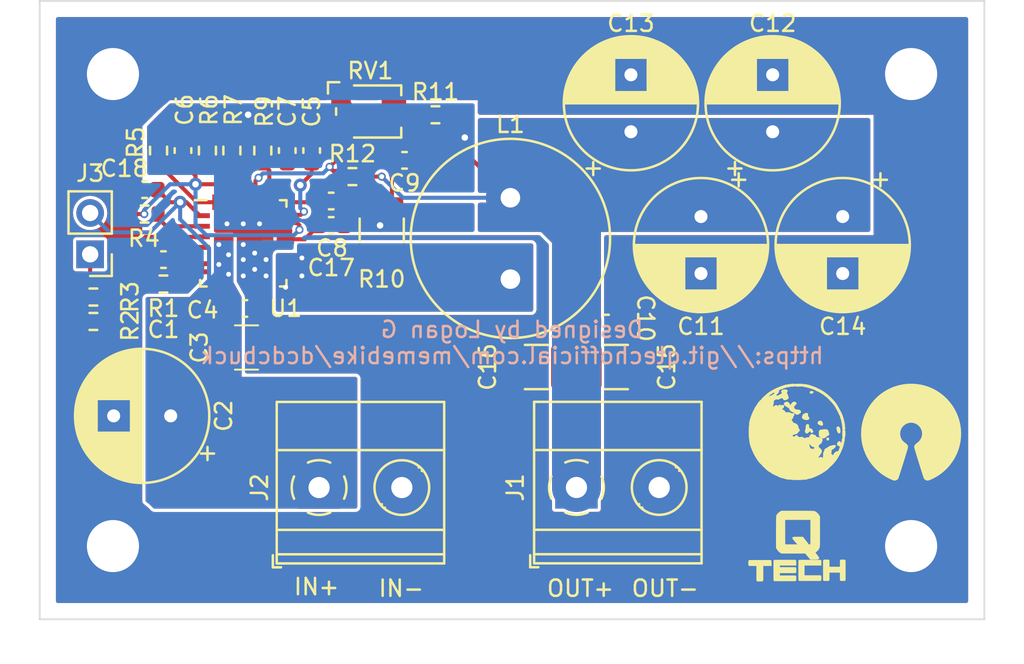
<source format=kicad_pcb>
(kicad_pcb (version 20211014) (generator pcbnew)

  (general
    (thickness 1.6)
  )

  (paper "A4")
  (layers
    (0 "F.Cu" signal)
    (31 "B.Cu" signal)
    (32 "B.Adhes" user "B.Adhesive")
    (33 "F.Adhes" user "F.Adhesive")
    (34 "B.Paste" user)
    (35 "F.Paste" user)
    (36 "B.SilkS" user "B.Silkscreen")
    (37 "F.SilkS" user "F.Silkscreen")
    (38 "B.Mask" user)
    (39 "F.Mask" user)
    (40 "Dwgs.User" user "User.Drawings")
    (41 "Cmts.User" user "User.Comments")
    (42 "Eco1.User" user "User.Eco1")
    (43 "Eco2.User" user "User.Eco2")
    (44 "Edge.Cuts" user)
    (45 "Margin" user)
    (46 "B.CrtYd" user "B.Courtyard")
    (47 "F.CrtYd" user "F.Courtyard")
    (48 "B.Fab" user)
    (49 "F.Fab" user)
    (50 "User.1" user)
    (51 "User.2" user)
    (52 "User.3" user)
    (53 "User.4" user)
    (54 "User.5" user)
    (55 "User.6" user)
    (56 "User.7" user)
    (57 "User.8" user)
    (58 "User.9" user)
  )

  (setup
    (stackup
      (layer "F.SilkS" (type "Top Silk Screen"))
      (layer "F.Paste" (type "Top Solder Paste"))
      (layer "F.Mask" (type "Top Solder Mask") (thickness 0.01))
      (layer "F.Cu" (type "copper") (thickness 0.035))
      (layer "dielectric 1" (type "core") (thickness 1.51) (material "FR4") (epsilon_r 4.5) (loss_tangent 0.02))
      (layer "B.Cu" (type "copper") (thickness 0.035))
      (layer "B.Mask" (type "Bottom Solder Mask") (thickness 0.01))
      (layer "B.Paste" (type "Bottom Solder Paste"))
      (layer "B.SilkS" (type "Bottom Silk Screen"))
      (copper_finish "None")
      (dielectric_constraints no)
    )
    (pad_to_mask_clearance 0)
    (pcbplotparams
      (layerselection 0x00010fc_ffffffff)
      (disableapertmacros false)
      (usegerberextensions false)
      (usegerberattributes true)
      (usegerberadvancedattributes true)
      (creategerberjobfile true)
      (svguseinch false)
      (svgprecision 6)
      (excludeedgelayer true)
      (plotframeref false)
      (viasonmask false)
      (mode 1)
      (useauxorigin false)
      (hpglpennumber 1)
      (hpglpenspeed 20)
      (hpglpendiameter 15.000000)
      (dxfpolygonmode true)
      (dxfimperialunits true)
      (dxfusepcbnewfont true)
      (psnegative false)
      (psa4output false)
      (plotreference true)
      (plotvalue true)
      (plotinvisibletext false)
      (sketchpadsonfab false)
      (subtractmaskfromsilk false)
      (outputformat 1)
      (mirror false)
      (drillshape 0)
      (scaleselection 1)
      (outputdirectory "outputs/gerber/")
    )
  )

  (net 0 "")
  (net 1 "Net-(C1-Pad2)")
  (net 2 "VCC")
  (net 3 "GND")
  (net 4 "Net-(C5-Pad2)")
  (net 5 "Net-(C6-Pad2)")
  (net 6 "Net-(C7-Pad1)")
  (net 7 "/VOUT/VSNS")
  (net 8 "Net-(C8-Pad2)")
  (net 9 "/VOUT/VOUT+")
  (net 10 "unconnected-(U1-Pad15)")
  (net 11 "Net-(C17-Pad2)")
  (net 12 "Net-(R1-Pad1)")
  (net 13 "Net-(C1-Pad1)")
  (net 14 "/VOUT/SW")
  (net 15 "Net-(R2-Pad1)")
  (net 16 "Net-(R4-Pad2)")
  (net 17 "Net-(R5-Pad2)")
  (net 18 "Net-(R6-Pad2)")
  (net 19 "Net-(R7-Pad2)")
  (net 20 "Net-(R9-Pad1)")
  (net 21 "Net-(R11-Pad2)")
  (net 22 "/VOUT/VFB")
  (net 23 "Net-(J3-Pad1)")

  (footprint "LOGO" (layer "F.Cu") (at 168.8 113.2264))

  (footprint "MountingHole:MountingHole_3.2mm_M3_Pad" (layer "F.Cu") (at 175.8 113))

  (footprint "LOGO" (layer "F.Cu") (at 168.8 106 180))

  (footprint "Resistor_SMD:R_0603_1608Metric" (layer "F.Cu") (at 134.1 88.7 -90))

  (footprint "Resistor_SMD:R_0603_1608Metric" (layer "F.Cu") (at 132.6 88.7 -90))

  (footprint "Capacitor_SMD:C_1210_3225Metric" (layer "F.Cu") (at 135 100.8))

  (footprint "Resistor_SMD:R_0603_1608Metric" (layer "F.Cu") (at 125.6 97.7 180))

  (footprint "TerminalBlock_Phoenix:TerminalBlock_Phoenix_MKDS-1,5-2-5.08_1x02_P5.08mm_Horizontal" (layer "F.Cu") (at 155.255 109.4))

  (footprint "SiC46x:Vishay_PowerPAK_MLP55-27L_R" (layer "F.Cu") (at 134.8 94.4))

  (footprint "TerminalBlock_Phoenix:TerminalBlock_Phoenix_MKDS-1,5-2-5.08_1x02_P5.08mm_Horizontal" (layer "F.Cu") (at 139.455 109.405))

  (footprint "Resistor_SMD:R_0603_1608Metric" (layer "F.Cu") (at 141.5 90.3))

  (footprint "MountingHole:MountingHole_3.2mm_M3_Pad" (layer "F.Cu") (at 126.8 113))

  (footprint "Capacitor_THT:CP_Radial_D8.0mm_P3.50mm" (layer "F.Cu") (at 171.6 92.755599 -90))

  (footprint "Capacitor_SMD:C_0603_1608Metric" (layer "F.Cu") (at 128.745138 91.101831 180))

  (footprint "Inductor_THT:L_Radial_D12.0mm_P5.00mm_Neosid_SD12_style2" (layer "F.Cu") (at 151.2 96.6 90))

  (footprint "Capacitor_SMD:C_0603_1608Metric" (layer "F.Cu") (at 129.9 95.4 180))

  (footprint "Capacitor_THT:CP_Radial_D8.0mm_P3.50mm" (layer "F.Cu") (at 162.9 92.755599 -90))

  (footprint "Resistor_SMD:R_0603_1608Metric" (layer "F.Cu") (at 136 88.7 90))

  (footprint "Capacitor_SMD:C_0603_1608Metric" (layer "F.Cu") (at 134.9 98.4))

  (footprint "Capacitor_THT:CP_Radial_D8.0mm_P3.50mm" (layer "F.Cu") (at 167.3 87.544401 90))

  (footprint "Resistor_SMD:R_0603_1608Metric" (layer "F.Cu") (at 125.6 99.2 180))

  (footprint "Resistor_SMD:R_0603_1608Metric" (layer "F.Cu") (at 129.6 88.7 -90))

  (footprint "Resistor_SMD:R_0603_1608Metric" (layer "F.Cu") (at 128.745138 92.601831))

  (footprint "Connector_PinHeader_2.54mm:PinHeader_1x02_P2.54mm_Vertical" (layer "F.Cu") (at 125.4 95.075 180))

  (footprint "MountingHole:MountingHole_3.2mm_M3_Pad" (layer "F.Cu") (at 175.8 84))

  (footprint "Resistor_SMD:R_1210_3225Metric" (layer "F.Cu")
    (tedit 5F68FEEE) (tstamp be1c8261-181d-4483-80de-f8fa9adcede1)
    (at 143.3 93.6 90)
    (descr "Resistor SMD 1210 (3225 Metric), square (rectangular) end terminal, IPC_7351 nominal, (Body size source: IPC-SM-782 page 72, https://www.pcb-3d.com/wordpress/wp-content/uploads/ipc-sm-782a_amendment_1_and_2.pdf), generated with kicad-footprint-generator")
    (tags "resistor")
    (property "Sheetfile" "VOUT.kicad_sch")
    (property "Sheetname" "VOUT")
    (path "/8ac8b7f5-c251-49b8-81b0-bcdabe9bc5d6/a61ac5b0-6d1f-46dc-a974-03e370dcfcf2")
    (attr smd)
    (fp_text reference "R10" (at -3 0 unlocked) (layer "F.SilkS")
      (effects (font (size 1 1) (thickness 0.153)))
      (tstamp ee5f1d3b-c8c7-4016-bdc3-d37d357479f6)
    )
    (fp_text value "33k" (at 0 2.28 90) (layer "F.Fab")
      (effects (font (size 1 1) (thickness 0.15)))
      (tstamp e5263a99-cb32-47cb-ba82-590d3b8124c3)
    )
    (fp_text user "${REFERENCE}" (at 0 0 90) (layer "F.Fab")
      (effects (font (size 0.8 0.8) (thickness 0.12)))
      (tstamp a130e5d2-02e9-4a0b-ace2-57a0278940db)
    )
    (fp_line (start -0.723737 1.355) (end 0.723737 1.355) (layer "F.SilkS") (width 0.153) (tstamp 0d6fae28-7c53-4d9e-925d-6cddb7ff7a8f))
    (fp_line (start -0.723737 -1.355) (end 0.723737 -1.355) (layer "F.SilkS") (width 0.153) (tstamp 9c512abc-3663-402a-a747-bff4e83561cc))
    (fp_line (start 2.28 1.58) (end -2.28 1.58) (layer "F.CrtYd") (width 0.05) (tstamp 0f9bedd1-3e9b-4b40-81e1-a5b75a1bed68))
    (fp_line (start -2.28 1.58) (end -2.28 -1.58) (layer "F.CrtYd") (width 0.05) (tstamp 34780664-4736-46f4-ba15-309756ff3184))
    (fp_line (start -2.28 -1.58) (end 2.28 -1.58) (layer "F.CrtYd") (width 0.05) (tstamp 54b46b03-d074-4cbf-8b88-b86b30230c3d))
    (fp_line (start 2.28 -1.58) (end 2.28 1.58) (layer "F.CrtYd") (width 0.05) (tstamp fce3e26a-6788-45d7-87de-b2006ffc9c69))
    (fp_line (start 1.6 -1.245) (end 1.6 1.245) (layer "F.Fab") (width 0.1) (tstamp 3121ddb2-11d1-416c-98d6-059cd581069b))
    (fp_line (start -1.6 1.245) (end -1.6 -1.245) (layer "F.Fab") (width 0.1) (tstamp 59437de4-0430-4889-aacb-bbfc7751f6c5))
    (fp_line (start -1.6 -1.245) (end 1.6 -1.245) (layer "F.Fab") (width 0.1) (tstamp 5971ce1a-25aa-451f-a3a2-54c524403d74))
    (fp_line (start 1.6 1.245) (end -1.6 1.245) (layer "F.Fab") (width 0.1) (tstamp ee484203-adfa-40fd-bc84-2660b5aeea20))
    (pad "1" smd roundrect (at -1.4625 0 90) (size 1.125 2.65) (layers "F.Cu" "F.Paste" "F.Mask") (roundrect_rratio 0.2222222222)
      (net 14 "/VOUT/SW") (pintype "passive") (tstamp d1d16612-4c0b-4646-9b50-2785a40a02dd))
    (pad "2" smd roundrect (at 1.4625 0 90) (size 1.125 2.65) (layers "F.Cu" "F.Paste" "F.Mask") (roundrect_rratio 0.2222222222)
      (net 8 "Net-(C8-Pad2)") (pintype "passive") (tstamp 7f57fb47-76c9-42c5-b608-1f5623dc16ba))
    (model "${KICAD6_3DMODEL_DIR}/Resistor_SMD.3dshapes/R_1210_3225Metric.wrl"
      (offset (xyz 0 0 0))
      (scale (xyz 
... [186221 chars truncated]
</source>
